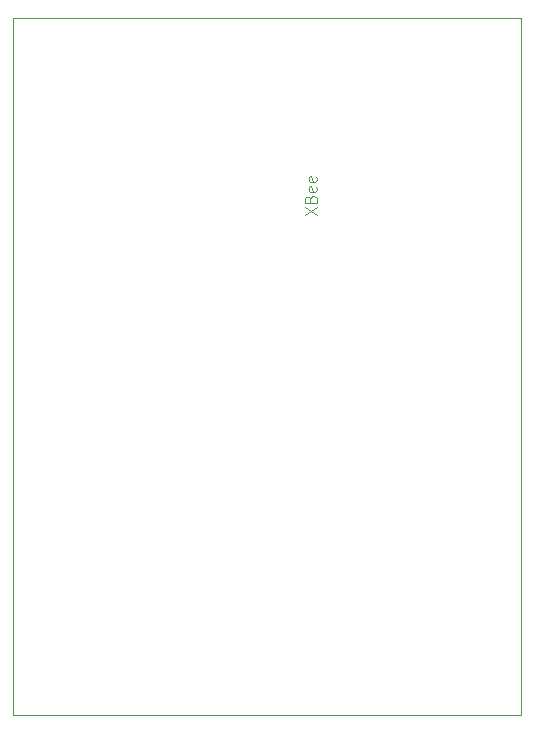
<source format=gbr>
G04 #@! TF.GenerationSoftware,KiCad,Pcbnew,(5.0.1)-4*
G04 #@! TF.CreationDate,2019-03-02T13:01:11-06:00*
G04 #@! TF.ProjectId,ccu_pcb2,6363755F706362322E6B696361645F70,rev?*
G04 #@! TF.SameCoordinates,Original*
G04 #@! TF.FileFunction,Profile,NP*
%FSLAX46Y46*%
G04 Gerber Fmt 4.6, Leading zero omitted, Abs format (unit mm)*
G04 Created by KiCad (PCBNEW (5.0.1)-4) date 2019-03-02 1:01:11 PM*
%MOMM*%
%LPD*%
G01*
G04 APERTURE LIST*
%ADD10C,0.100000*%
%ADD11C,0.050000*%
G04 APERTURE END LIST*
D10*
X137000000Y-119000000D02*
X180000000Y-119000000D01*
X137000000Y-60000000D02*
X137000000Y-119000000D01*
X180000000Y-60000000D02*
X180000000Y-119000000D01*
X137000000Y-60000000D02*
X180000000Y-60000000D01*
G04 #@! TO.C,U1*
D11*
X161672380Y-76697456D02*
X162672380Y-76030789D01*
X161672380Y-76030789D02*
X162672380Y-76697456D01*
X162148571Y-75316503D02*
X162196190Y-75173646D01*
X162243809Y-75126027D01*
X162339047Y-75078408D01*
X162481904Y-75078408D01*
X162577142Y-75126027D01*
X162624761Y-75173646D01*
X162672380Y-75268884D01*
X162672380Y-75649837D01*
X161672380Y-75649837D01*
X161672380Y-75316503D01*
X161720000Y-75221265D01*
X161767619Y-75173646D01*
X161862857Y-75126027D01*
X161958095Y-75126027D01*
X162053333Y-75173646D01*
X162100952Y-75221265D01*
X162148571Y-75316503D01*
X162148571Y-75649837D01*
X162624761Y-74268884D02*
X162672380Y-74364122D01*
X162672380Y-74554599D01*
X162624761Y-74649837D01*
X162529523Y-74697456D01*
X162148571Y-74697456D01*
X162053333Y-74649837D01*
X162005714Y-74554599D01*
X162005714Y-74364122D01*
X162053333Y-74268884D01*
X162148571Y-74221265D01*
X162243809Y-74221265D01*
X162339047Y-74697456D01*
X162624761Y-73411741D02*
X162672380Y-73506980D01*
X162672380Y-73697456D01*
X162624761Y-73792694D01*
X162529523Y-73840313D01*
X162148571Y-73840313D01*
X162053333Y-73792694D01*
X162005714Y-73697456D01*
X162005714Y-73506980D01*
X162053333Y-73411741D01*
X162148571Y-73364122D01*
X162243809Y-73364122D01*
X162339047Y-73840313D01*
G04 #@! TD*
M02*

</source>
